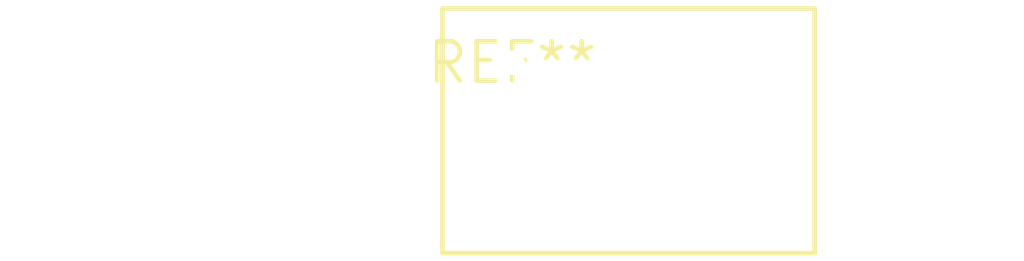
<source format=kicad_pcb>
(kicad_pcb (version 20240108) (generator pcbnew)
  (layers (0 "F.Cu" signal) (31 "B.Cu" signal) (34 "B.Paste" user) (35 "F.Paste" user) (36 "B.SilkS" user "B.Silkscreen") (37 "F.SilkS" user "F.Silkscreen") (38 "B.Mask" user) (39 "F.Mask" user) (44 "Edge.Cuts" user))
  (net 0 "")
  (footprint "RV_Disc_D12mm_W7.9mm_P7.5mm" (layer "F.Cu") (at 0 0)
    (property "Reference" "REF**")
    (property "Value" "RV_Disc_D12mm_W7.9mm_P7.5mm")
    (fp_line (start -2.25 -1.75) (end -2.25 6.15) (layer "F.SilkS") (stroke (width 0.15)))
    (fp_line (start -2.25 -1.75) (end 9.75 -1.75) (layer "F.SilkS") (stroke (width 0.15)))
    (fp_line (start -2.25 6.15) (end 9.75 6.15) (layer "F.SilkS") (stroke (width 0.15)))
    (fp_line (start 9.75 -1.75) (end 9.75 6.15) (layer "F.SilkS") (stroke (width 0.15)))
    (pad "1" thru_hole circle (at 0 0) (size 1.8 1.8) (drill 0.8) (layers *.Cu *.Mask) (remove_unused_layers))
    (pad "2" thru_hole circle (at 7.5 4.4) (size 1.8 1.8) (drill 0.8) (layers *.Cu *.Mask) (remove_unused_layers))
  )
)
</source>
